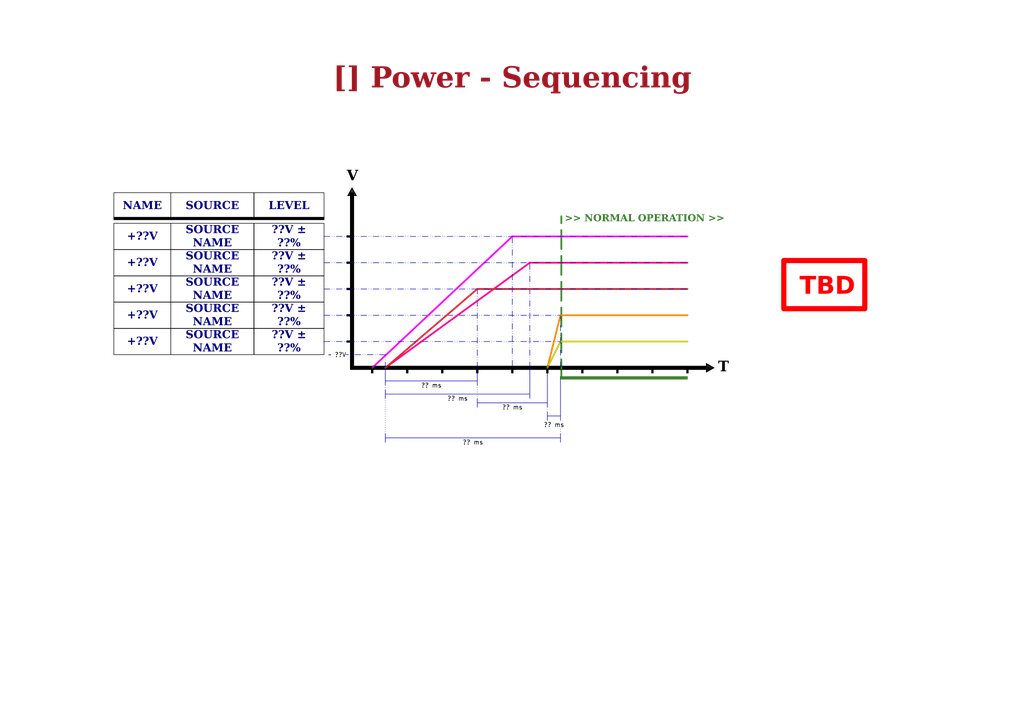
<source format=kicad_sch>
(kicad_sch
	(version 20231120)
	(generator "eeschema")
	(generator_version "8.0")
	(uuid "26e99a33-043b-499d-a26e-816ff79b487a")
	(paper "A4")
	(title_block
		(title "Power - Sequencing")
		(date "Last Modified Date")
		(rev "${REVISION}")
		(company "${COMPANY}")
	)
	(lib_symbols)
	(polyline
		(pts
			(xy 111.76 106.68) (xy 153.67 76.2)
		)
		(stroke
			(width 0.5)
			(type solid)
			(color 255 0 133 1)
		)
		(uuid "14cc31f5-5b1d-4b99-9a30-1de7f84e106d")
	)
	(polyline
		(pts
			(xy 111.76 102.87) (xy 100.33 102.87)
		)
		(stroke
			(width 0)
			(type dash_dot_dot)
		)
		(uuid "176eb350-134d-4c1a-a967-a05b371b9b92")
	)
	(polyline
		(pts
			(xy 162.56 125.73) (xy 162.56 128.27)
		)
		(stroke
			(width 0)
			(type default)
		)
		(uuid "265a5d50-44ba-48ae-a091-bd8b2830d82a")
	)
	(polyline
		(pts
			(xy 158.75 120.65) (xy 162.56 120.65)
		)
		(stroke
			(width 0)
			(type default)
		)
		(uuid "2aff2b87-d6f1-4cc0-8284-8b904b49ef36")
	)
	(polyline
		(pts
			(xy 148.59 106.172) (xy 148.59 68.58)
		)
		(stroke
			(width 0)
			(type dash_dot_dot)
		)
		(uuid "2c89142b-99fb-43b5-b9d3-03f021389fdb")
	)
	(polyline
		(pts
			(xy 93.98 99.06) (xy 199.39 99.06)
		)
		(stroke
			(width 0)
			(type dash_dot_dot)
		)
		(uuid "3c31ec5e-b221-4aec-84a3-080393b50b04")
	)
	(polyline
		(pts
			(xy 111.76 111.76) (xy 111.76 113.03)
		)
		(stroke
			(width 0)
			(type dot)
		)
		(uuid "3d394317-cd67-4649-8df5-ebc365ddbfdf")
	)
	(polyline
		(pts
			(xy 158.75 119.38) (xy 158.75 121.92)
		)
		(stroke
			(width 0)
			(type default)
		)
		(uuid "3e2e08fe-6523-4396-b274-cda6d56778e0")
	)
	(polyline
		(pts
			(xy 162.56 91.44) (xy 199.39 91.44)
		)
		(stroke
			(width 0.5)
			(type default)
			(color 252 134 0 1)
		)
		(uuid "42c654f5-ac46-4448-ba19-6c5d32d22917")
	)
	(polyline
		(pts
			(xy 93.98 68.58) (xy 199.39 68.58)
		)
		(stroke
			(width 0)
			(type dash_dot_dot)
		)
		(uuid "4388944b-41bf-4dc2-b0dd-f03016b61251")
	)
	(polyline
		(pts
			(xy 138.43 111.76) (xy 138.43 115.57)
		)
		(stroke
			(width 0)
			(type dot)
		)
		(uuid "47a9c20d-5952-4ec8-bb7e-594d55c7461b")
	)
	(polyline
		(pts
			(xy 162.56 99.06) (xy 199.39 99.06)
		)
		(stroke
			(width 0.5)
			(type default)
			(color 197 195 20 1)
		)
		(uuid "49c66179-9940-468d-b223-88985cd9871b")
	)
	(polyline
		(pts
			(xy 111.76 114.3) (xy 153.67 114.3)
		)
		(stroke
			(width 0)
			(type default)
		)
		(uuid "49e75bcf-0616-4923-874b-4bd06ede6c5d")
	)
	(polyline
		(pts
			(xy 138.43 116.84) (xy 158.75 116.84)
		)
		(stroke
			(width 0)
			(type default)
		)
		(uuid "52b595f5-a4c4-4069-bfb0-f9071850e175")
	)
	(polyline
		(pts
			(xy 93.98 83.82) (xy 199.39 83.82)
		)
		(stroke
			(width 0)
			(type dash_dot_dot)
		)
		(uuid "5421d69e-5d49-4096-96c0-82f91adfb960")
	)
	(polyline
		(pts
			(xy 162.814 109.728) (xy 162.814 62.738)
		)
		(stroke
			(width 0.5)
			(type dash)
			(color 53 123 38 1)
		)
		(uuid "571b7b03-ab02-42e5-814b-af8217374239")
	)
	(polyline
		(pts
			(xy 138.43 83.82) (xy 199.39 83.82)
		)
		(stroke
			(width 0.5)
			(type default)
			(color 218 36 44 1)
		)
		(uuid "5d0e334d-67d8-48da-b576-32c4ae5dc53d")
	)
	(polyline
		(pts
			(xy 162.56 109.22) (xy 162.56 121.92)
		)
		(stroke
			(width 0)
			(type default)
		)
		(uuid "5fce4afd-58b2-496a-8ec6-376b126b7aa5")
	)
	(polyline
		(pts
			(xy 93.98 76.2) (xy 199.39 76.2)
		)
		(stroke
			(width 0)
			(type dash_dot_dot)
		)
		(uuid "6a20c2f3-4100-47ca-84db-e03414a75c97")
	)
	(polyline
		(pts
			(xy 153.67 76.2) (xy 199.39 76.2)
		)
		(stroke
			(width 0.5)
			(type solid)
			(color 255 0 133 1)
		)
		(uuid "6f97e3ca-cb2e-48ba-b000-4d63a9fe6edc")
	)
	(polyline
		(pts
			(xy 148.59 68.58) (xy 199.39 68.58)
		)
		(stroke
			(width 0.5)
			(type default)
			(color 255 0 255 1)
		)
		(uuid "77ddfb81-3eaa-462e-a520-91e0ed6ffb6f")
	)
	(polyline
		(pts
			(xy 138.43 115.57) (xy 138.43 118.11)
		)
		(stroke
			(width 0)
			(type default)
		)
		(uuid "78700d2c-d43e-4df1-ae7e-aad5fe6eddcf")
	)
	(polyline
		(pts
			(xy 153.67 106.68) (xy 153.67 115.57)
		)
		(stroke
			(width 0)
			(type default)
		)
		(uuid "7ac002d5-aae0-4230-953a-285d2af5cafc")
	)
	(polyline
		(pts
			(xy 111.76 127) (xy 162.56 127)
		)
		(stroke
			(width 0)
			(type default)
		)
		(uuid "7dba0084-5937-47c9-8663-44e93a9bf03f")
	)
	(polyline
		(pts
			(xy 93.98 91.44) (xy 199.39 91.44)
		)
		(stroke
			(width 0)
			(type dash_dot_dot)
		)
		(uuid "91a91d82-c27c-4a2d-b046-94fb5c0f1f7a")
	)
	(polyline
		(pts
			(xy 111.76 113.03) (xy 111.76 125.73)
		)
		(stroke
			(width 0)
			(type dot)
		)
		(uuid "936cce09-ddca-49b3-9254-0455e21801ca")
	)
	(polyline
		(pts
			(xy 111.76 106.68) (xy 138.43 83.82)
		)
		(stroke
			(width 0.5)
			(type default)
			(color 218 36 44 1)
		)
		(uuid "936e4695-90d1-473f-b2e9-3925dbcc41a5")
	)
	(polyline
		(pts
			(xy 111.76 125.73) (xy 111.76 128.27)
		)
		(stroke
			(width 0)
			(type default)
		)
		(uuid "9ad0a032-a5f5-4da8-986a-f5f07d651180")
	)
	(polyline
		(pts
			(xy 162.56 106.68) (xy 162.56 91.44)
		)
		(stroke
			(width 0)
			(type dash_dot_dot)
		)
		(uuid "9bacc9d8-82df-4198-a3ae-25132c3a38e4")
	)
	(polyline
		(pts
			(xy 138.43 107.95) (xy 138.43 111.76)
		)
		(stroke
			(width 0)
			(type default)
		)
		(uuid "9c33435c-a2b5-49b2-a841-eb211fbdc289")
	)
	(polyline
		(pts
			(xy 111.76 106.68) (xy 111.76 111.76)
		)
		(stroke
			(width 0)
			(type default)
		)
		(uuid "aa007ab0-f32f-4517-85ca-adce19623b6c")
	)
	(polyline
		(pts
			(xy 162.56 124.46) (xy 162.56 125.73)
		)
		(stroke
			(width 0)
			(type dot)
		)
		(uuid "ab47f80f-2219-40dc-8971-d659594e47c6")
	)
	(polyline
		(pts
			(xy 138.43 106.68) (xy 138.43 83.82)
		)
		(stroke
			(width 0)
			(type dash_dot_dot)
		)
		(uuid "b2256ad8-52e1-467a-97eb-791649f1c7eb")
	)
	(polyline
		(pts
			(xy 107.95 106.68) (xy 148.59 68.58)
		)
		(stroke
			(width 0.5)
			(type default)
			(color 255 0 255 1)
		)
		(uuid "bb11bb7b-66c0-432b-8711-470a4ce95921")
	)
	(polyline
		(pts
			(xy 153.67 106.68) (xy 153.67 76.2)
		)
		(stroke
			(width 0)
			(type dash_dot_dot)
		)
		(uuid "ccd26a26-5b18-4319-ac93-d9d60e06ef1a")
	)
	(polyline
		(pts
			(xy 158.75 118.11) (xy 158.75 119.38)
		)
		(stroke
			(width 0)
			(type dot)
		)
		(uuid "cd587bfb-80d0-4c74-af9e-3f5fb7118487")
	)
	(polyline
		(pts
			(xy 111.76 110.49) (xy 138.43 110.49)
		)
		(stroke
			(width 0)
			(type default)
		)
		(uuid "d56fcce8-bec3-4013-997f-52db8c3ef91e")
	)
	(polyline
		(pts
			(xy 111.76 113.03) (xy 111.76 115.57)
		)
		(stroke
			(width 0)
			(type default)
		)
		(uuid "e1d95917-4ce4-46f6-a72b-b2d08b7453f7")
	)
	(polyline
		(pts
			(xy 158.75 107.95) (xy 158.75 118.11)
		)
		(stroke
			(width 0)
			(type default)
		)
		(uuid "eb35ffa1-7ea0-4f7c-b58a-cf2ad49d1835")
	)
	(polyline
		(pts
			(xy 158.75 106.68) (xy 162.56 91.44)
		)
		(stroke
			(width 0.5)
			(type default)
			(color 252 134 0 1)
		)
		(uuid "ebc6628c-4f6b-481d-8074-2818b0d5a070")
	)
	(polyline
		(pts
			(xy 158.75 106.68) (xy 162.56 99.06)
		)
		(stroke
			(width 0.5)
			(type default)
			(color 197 195 20 1)
		)
		(uuid "f456ed01-83a1-4d6b-9599-582a9c86c8ae")
	)
	(polyline
		(pts
			(xy 111.76 106.68) (xy 111.76 102.87)
		)
		(stroke
			(width 0)
			(type dash_dot_dot)
		)
		(uuid "f927dc60-c8d8-4c88-bd0c-f4986498a3fd")
	)
	(rectangle
		(start 100.584 75.946)
		(end 102.108 76.454)
		(stroke
			(width 0)
			(type default)
			(color 0 0 0 1)
		)
		(fill
			(type color)
			(color 0 0 0 1)
		)
		(uuid 08e6d16e-cddb-4437-8fb0-3f0e7e248b46)
	)
	(rectangle
		(start 33.02 62.992)
		(end 93.98 63.754)
		(stroke
			(width 0)
			(type default)
			(color 0 0 0 1)
		)
		(fill
			(type color)
			(color 0 0 0 1)
		)
		(uuid 0fed1146-388a-45bf-9011-173d26077006)
	)
	(rectangle
		(start 188.976 106.68)
		(end 189.484 108.204)
		(stroke
			(width 0)
			(type default)
			(color 0 0 0 1)
		)
		(fill
			(type color)
			(color 0 0 0 1)
		)
		(uuid 152b764a-92f4-4340-9181-68bda475581a)
	)
	(rectangle
		(start 128.016 106.68)
		(end 128.524 108.204)
		(stroke
			(width 0)
			(type default)
			(color 0 0 0 1)
		)
		(fill
			(type color)
			(color 0 0 0 1)
		)
		(uuid 18a6df7c-e723-4c6d-8a07-61ca52a10575)
	)
	(rectangle
		(start 148.336 106.68)
		(end 148.844 108.204)
		(stroke
			(width 0)
			(type default)
			(color 0 0 0 1)
		)
		(fill
			(type color)
			(color 0 0 0 1)
		)
		(uuid 4f81071d-ad8c-46b3-a505-d54760487657)
	)
	(rectangle
		(start 138.176 106.68)
		(end 138.684 108.204)
		(stroke
			(width 0)
			(type default)
			(color 0 0 0 1)
		)
		(fill
			(type color)
			(color 0 0 0 1)
		)
		(uuid 6ed763f3-a300-46bd-b03f-1ea8b12951bd)
	)
	(rectangle
		(start 178.816 106.68)
		(end 179.324 108.204)
		(stroke
			(width 0)
			(type default)
			(color 0 0 0 1)
		)
		(fill
			(type color)
			(color 0 0 0 1)
		)
		(uuid 72cdb02e-a3e5-4c0d-b269-1dde16488460)
	)
	(rectangle
		(start 100.584 98.806)
		(end 102.108 99.314)
		(stroke
			(width 0)
			(type default)
			(color 0 0 0 1)
		)
		(fill
			(type color)
			(color 0 0 0 1)
		)
		(uuid 7419fd00-7a07-4a3e-8061-e4e7d169b343)
	)
	(rectangle
		(start 158.496 106.68)
		(end 159.004 108.204)
		(stroke
			(width 0)
			(type default)
			(color 0 0 0 1)
		)
		(fill
			(type color)
			(color 0 0 0 1)
		)
		(uuid 79d3025c-d4d3-4906-97b8-bb1715e37b85)
	)
	(rectangle
		(start 100.584 68.326)
		(end 102.108 68.834)
		(stroke
			(width 0)
			(type default)
			(color 0 0 0 1)
		)
		(fill
			(type color)
			(color 0 0 0 1)
		)
		(uuid 8af0ddaf-78b5-473e-b8ac-ad3105c6b3e6)
	)
	(rectangle
		(start 117.856 106.68)
		(end 118.364 108.204)
		(stroke
			(width 0)
			(type default)
			(color 0 0 0 1)
		)
		(fill
			(type color)
			(color 0 0 0 1)
		)
		(uuid 8bb5ca1d-3fc9-4641-955a-0363e8ec7c6a)
	)
	(rectangle
		(start 162.56 109.22)
		(end 199.39 109.982)
		(stroke
			(width 0)
			(type default)
			(color 53 123 38 1)
		)
		(fill
			(type color)
			(color 53 123 38 1)
		)
		(uuid 9921e9ab-2d5b-4319-ab2f-5e2929d86731)
	)
	(rectangle
		(start 199.136 106.68)
		(end 199.644 108.204)
		(stroke
			(width 0)
			(type default)
			(color 0 0 0 1)
		)
		(fill
			(type color)
			(color 0 0 0 1)
		)
		(uuid 9ab10dd2-cea8-419e-9add-dac261974c40)
	)
	(rectangle
		(start 168.656 106.68)
		(end 169.164 108.204)
		(stroke
			(width 0)
			(type default)
			(color 0 0 0 1)
		)
		(fill
			(type color)
			(color 0 0 0 1)
		)
		(uuid a9aee80a-93ab-44df-9dac-424d9651c57b)
	)
	(rectangle
		(start 100.584 83.566)
		(end 102.108 84.074)
		(stroke
			(width 0)
			(type default)
			(color 0 0 0 1)
		)
		(fill
			(type color)
			(color 0 0 0 1)
		)
		(uuid ab5a8de0-1a61-4607-aebd-5015da52dfb6)
	)
	(rectangle
		(start 101.6 55.88)
		(end 102.616 106.934)
		(stroke
			(width 0)
			(type default)
			(color 0 0 0 1)
		)
		(fill
			(type color)
			(color 0 0 0 1)
		)
		(uuid d3a481d1-24fd-449f-b5ae-f40f2b84574f)
	)
	(rectangle
		(start 100.584 91.186)
		(end 102.108 91.694)
		(stroke
			(width 0)
			(type default)
			(color 0 0 0 1)
		)
		(fill
			(type color)
			(color 0 0 0 1)
		)
		(uuid ed22d764-a315-4db6-b4c9-9b161f0a9336)
	)
	(rectangle
		(start 101.6 106.172)
		(end 204.724 107.188)
		(stroke
			(width 0)
			(type default)
			(color 0 0 0 1)
		)
		(fill
			(type color)
			(color 0 0 0 1)
		)
		(uuid f1ee61fe-6c0a-4407-8efc-133e706c3cfb)
	)
	(rectangle
		(start 107.696 106.68)
		(end 108.204 108.204)
		(stroke
			(width 0)
			(type default)
			(color 0 0 0 1)
		)
		(fill
			(type color)
			(color 0 0 0 1)
		)
		(uuid fc7c50e8-f60b-479c-ba49-62729492c222)
	)
	(text_box "LEVEL"
		(exclude_from_sim no)
		(at 73.66 55.88 0)
		(size 20.32 7.62)
		(stroke
			(width 0)
			(type default)
			(color 0 0 0 1)
		)
		(fill
			(type none)
		)
		(effects
			(font
				(face "Times New Roman")
				(size 2.286 2.286)
				(bold yes)
				(color 0 0 127 1)
			)
		)
		(uuid "04c11455-779b-4327-8983-5cd82a1a5e29")
	)
	(text_box "+??V"
		(exclude_from_sim no)
		(at 33.02 64.77 0)
		(size 16.51 7.62)
		(stroke
			(width 0)
			(type default)
			(color 0 0 0 1)
		)
		(fill
			(type none)
		)
		(effects
			(font
				(face "Times New Roman")
				(size 2.286 2.286)
				(bold yes)
				(color 0 0 127 1)
			)
		)
		(uuid "0c001783-17b7-4f89-94f2-276e82ef94e9")
	)
	(text_box "SOURCE NAME"
		(exclude_from_sim no)
		(at 49.53 87.63 0)
		(size 24.13 7.62)
		(stroke
			(width 0)
			(type default)
			(color 0 0 0 1)
		)
		(fill
			(type none)
		)
		(effects
			(font
				(face "Times New Roman")
				(size 2.286 2.286)
				(bold yes)
				(color 0 0 127 1)
			)
		)
		(uuid "28b777f0-29ba-4418-9b37-98a7ab37b6eb")
	)
	(text_box "?? ms"
		(exclude_from_sim no)
		(at 156.21 121.92 0)
		(size 8.89 2.54)
		(stroke
			(width -0.0001)
			(type default)
		)
		(fill
			(type none)
		)
		(effects
			(font
				(size 1.27 1.27)
				(color 0 0 0 1)
			)
		)
		(uuid "2f47554e-53f1-4363-8ae0-62ecbf6e9b7f")
	)
	(text_box "?? ms"
		(exclude_from_sim no)
		(at 111.76 114.3 0)
		(size 41.91 2.54)
		(stroke
			(width -0.0001)
			(type default)
		)
		(fill
			(type none)
		)
		(effects
			(font
				(size 1.27 1.27)
				(color 0 0 0 1)
			)
		)
		(uuid "355b7b59-9272-441d-b4d0-2707ac545c22")
	)
	(text_box "??V ± ??%"
		(exclude_from_sim no)
		(at 73.66 64.77 0)
		(size 20.32 7.62)
		(stroke
			(width 0)
			(type default)
			(color 0 0 0 1)
		)
		(fill
			(type none)
		)
		(effects
			(font
				(face "Times New Roman")
				(size 2.286 2.286)
				(bold yes)
				(color 0 0 127 1)
			)
		)
		(uuid "3a364f6d-f9c0-44a8-b403-1e507263de2b")
	)
	(text_box "SOURCE NAME"
		(exclude_from_sim no)
		(at 49.53 80.01 0)
		(size 24.13 7.62)
		(stroke
			(width 0)
			(type default)
			(color 0 0 0 1)
		)
		(fill
			(type none)
		)
		(effects
			(font
				(face "Times New Roman")
				(size 2.286 2.286)
				(bold yes)
				(color 0 0 127 1)
			)
		)
		(uuid "41f8fb28-2595-4968-b5ab-f9a83f7eb8b4")
	)
	(text_box "+??V"
		(exclude_from_sim no)
		(at 33.02 87.63 0)
		(size 16.51 7.62)
		(stroke
			(width 0)
			(type default)
			(color 0 0 0 1)
		)
		(fill
			(type none)
		)
		(effects
			(font
				(face "Times New Roman")
				(size 2.286 2.286)
				(bold yes)
				(color 0 0 127 1)
			)
		)
		(uuid "4c497bcc-d023-43d6-9a3c-f742109831d3")
	)
	(text_box "+??V"
		(exclude_from_sim no)
		(at 33.02 95.25 0)
		(size 16.51 7.62)
		(stroke
			(width 0)
			(type default)
			(color 0 0 0 1)
		)
		(fill
			(type none)
		)
		(effects
			(font
				(face "Times New Roman")
				(size 2.286 2.286)
				(bold yes)
				(color 0 0 127 1)
			)
		)
		(uuid "4d6b12e0-f0d2-4ebf-8c83-afb612a210b2")
	)
	(text_box "??V ± ??%"
		(exclude_from_sim no)
		(at 73.66 87.63 0)
		(size 20.32 7.62)
		(stroke
			(width 0)
			(type default)
			(color 0 0 0 1)
		)
		(fill
			(type none)
		)
		(effects
			(font
				(face "Times New Roman")
				(size 2.286 2.286)
				(bold yes)
				(color 0 0 127 1)
			)
		)
		(uuid "54d038a6-0eb6-463c-bc22-2c25e3cef5f4")
	)
	(text_box "?? ms"
		(exclude_from_sim no)
		(at 138.43 116.84 0)
		(size 20.32 2.54)
		(stroke
			(width -0.0001)
			(type default)
		)
		(fill
			(type none)
		)
		(effects
			(font
				(size 1.27 1.27)
				(color 0 0 0 1)
			)
		)
		(uuid "643d381f-b881-4bfb-8e44-8914716b032e")
	)
	(text_box "?? ms"
		(exclude_from_sim no)
		(at 111.76 110.49 0)
		(size 26.67 2.54)
		(stroke
			(width -0.0001)
			(type default)
		)
		(fill
			(type none)
		)
		(effects
			(font
				(size 1.27 1.27)
				(color 0 0 0 1)
			)
		)
		(uuid "76a5680d-cb47-4c17-afe1-8a01a0364ff0")
	)
	(text_box "+??V"
		(exclude_from_sim no)
		(at 33.02 72.39 0)
		(size 16.51 7.62)
		(stroke
			(width 0)
			(type default)
			(color 0 0 0 1)
		)
		(fill
			(type none)
		)
		(effects
			(font
				(face "Times New Roman")
				(size 2.286 2.286)
				(bold yes)
				(color 0 0 127 1)
			)
		)
		(uuid "7a9925bb-0a82-44e9-b50e-7432195edc6d")
	)
	(text_box "??V ± ??%"
		(exclude_from_sim no)
		(at 73.66 80.01 0)
		(size 20.32 7.62)
		(stroke
			(width 0)
			(type default)
			(color 0 0 0 1)
		)
		(fill
			(type none)
		)
		(effects
			(font
				(face "Times New Roman")
				(size 2.286 2.286)
				(bold yes)
				(color 0 0 127 1)
			)
		)
		(uuid "7e9b3897-acb5-40f5-99fa-000f1452ef2d")
	)
	(text_box "▼"
		(exclude_from_sim no)
		(at 204.47 105.41 90)
		(size 2.54 2.54)
		(stroke
			(width -0.0001)
			(type default)
		)
		(fill
			(type none)
		)
		(effects
			(font
				(size 3 3)
				(color 0 0 0 1)
			)
		)
		(uuid "80ee4b67-f4fe-4c67-906e-99632b3db8ee")
	)
	(text_box "[${#}] ${TITLE}"
		(exclude_from_sim no)
		(at 80.01 16.51 0)
		(size 137.16 12.7)
		(stroke
			(width -0.0001)
			(type default)
		)
		(fill
			(type none)
		)
		(effects
			(font
				(face "Times New Roman")
				(size 6 6)
				(thickness 1.2)
				(bold yes)
				(color 162 22 34 1)
			)
		)
		(uuid "80f76b8d-52cb-49fe-9647-9cd8137cf5f3")
	)
	(text_box "TBD"
		(exclude_from_sim no)
		(at 227.33 75.565 0)
		(size 23.495 13.97)
		(stroke
			(width 1.5)
			(type solid)
			(color 255 0 0 1)
		)
		(fill
			(type none)
		)
		(effects
			(font
				(face "Arial")
				(size 5.08 5.08)
				(thickness 0.4)
				(bold yes)
				(color 255 0 0 1)
			)
			(justify left top)
		)
		(uuid "8d831920-3191-46fa-b3d9-201fefa55ec9")
	)
	(text_box "~ ??V"
		(exclude_from_sim no)
		(at 93.98 101.6 0)
		(size 7.62 2.54)
		(stroke
			(width -0.0001)
			(type default)
		)
		(fill
			(type none)
		)
		(effects
			(font
				(size 1.27 1.27)
				(color 0 0 0 1)
			)
		)
		(uuid "9c6940c5-6364-4d33-abb8-9f48dde225b4")
	)
	(text_box "NAME"
		(exclude_from_sim no)
		(at 33.02 55.88 0)
		(size 16.51 7.62)
		(stroke
			(width 0)
			(type default)
			(color 0 0 0 1)
		)
		(fill
			(type none)
		)
		(effects
			(font
				(face "Times New Roman")
				(size 2.286 2.286)
				(bold yes)
				(color 0 0 127 1)
			)
		)
		(uuid "9dbd7012-aca2-4151-b01b-61672211c6fa")
	)
	(text_box "▲"
		(exclude_from_sim no)
		(at 100.838 54.102 0)
		(size 2.54 2.54)
		(stroke
			(width -0.0001)
			(type default)
		)
		(fill
			(type none)
		)
		(effects
			(font
				(size 3 3)
				(color 0 0 0 1)
			)
		)
		(uuid "a799f66a-cda3-47f5-a796-a363847c1e31")
	)
	(text_box "SOURCE NAME"
		(exclude_from_sim no)
		(at 49.53 95.25 0)
		(size 24.13 7.62)
		(stroke
			(width 0)
			(type default)
			(color 0 0 0 1)
		)
		(fill
			(type none)
		)
		(effects
			(font
				(face "Times New Roman")
				(size 2.286 2.286)
				(bold yes)
				(color 0 0 127 1)
			)
		)
		(uuid "a9378b0b-bd73-4087-b978-3d0288061c57")
	)
	(text_box "SOURCE"
		(exclude_from_sim no)
		(at 49.53 55.88 0)
		(size 24.13 7.62)
		(stroke
			(width 0)
			(type default)
			(color 0 0 0 1)
		)
		(fill
			(type none)
		)
		(effects
			(font
				(face "Times New Roman")
				(size 2.286 2.286)
				(bold yes)
				(color 0 0 127 1)
			)
		)
		(uuid "ae0da5ec-3dd1-4b36-9cbb-5309b79b18ec")
	)
	(text_box "+??V"
		(exclude_from_sim no)
		(at 33.02 80.01 0)
		(size 16.51 7.62)
		(stroke
			(width 0)
			(type default)
			(color 0 0 0 1)
		)
		(fill
			(type none)
		)
		(effects
			(font
				(face "Times New Roman")
				(size 2.286 2.286)
				(bold yes)
				(color 0 0 127 1)
			)
		)
		(uuid "baa53509-f70a-488f-a91f-d90b0a44c3ee")
	)
	(text_box "??V ± ??%"
		(exclude_from_sim no)
		(at 73.66 95.25 0)
		(size 20.32 7.62)
		(stroke
			(width 0)
			(type default)
			(color 0 0 0 1)
		)
		(fill
			(type none)
		)
		(effects
			(font
				(face "Times New Roman")
				(size 2.286 2.286)
				(bold yes)
				(color 0 0 127 1)
			)
		)
		(uuid "cfed6416-9676-4913-93f8-be33cec7ee15")
	)
	(text_box "SOURCE NAME"
		(exclude_from_sim no)
		(at 49.53 72.39 0)
		(size 24.13 7.62)
		(stroke
			(width 0)
			(type default)
			(color 0 0 0 1)
		)
		(fill
			(type none)
		)
		(effects
			(font
				(face "Times New Roman")
				(size 2.286 2.286)
				(bold yes)
				(color 0 0 127 1)
			)
		)
		(uuid "d4825f07-a07c-43f0-9267-51fb0c8beb92")
	)
	(text_box "??V ± ??%"
		(exclude_from_sim no)
		(at 73.66 72.39 0)
		(size 20.32 7.62)
		(stroke
			(width 0)
			(type default)
			(color 0 0 0 1)
		)
		(fill
			(type none)
		)
		(effects
			(font
				(face "Times New Roman")
				(size 2.286 2.286)
				(bold yes)
				(color 0 0 127 1)
			)
		)
		(uuid "dd951238-83be-49f1-b5d4-dd307bef2421")
	)
	(text_box "?? ms"
		(exclude_from_sim no)
		(at 111.76 127 0)
		(size 50.8 2.54)
		(stroke
			(width -0.0001)
			(type default)
		)
		(fill
			(type none)
		)
		(effects
			(font
				(size 1.27 1.27)
				(color 0 0 0 1)
			)
		)
		(uuid "ec41c4d8-d7f7-4738-8da7-ebebc512795e")
	)
	(text_box "SOURCE NAME"
		(exclude_from_sim no)
		(at 49.53 64.77 0)
		(size 24.13 7.62)
		(stroke
			(width 0)
			(type default)
			(color 0 0 0 1)
		)
		(fill
			(type none)
		)
		(effects
			(font
				(face "Times New Roman")
				(size 2.286 2.286)
				(bold yes)
				(color 0 0 127 1)
			)
		)
		(uuid "f44a25dd-4d06-4743-b63e-2b77b9291c46")
	)
	(text_box "Tip: you can set NetClass Colors for different voltage rails in File → Schematic Setup → Project → Net Classes"
		(exclude_from_sim no)
		(at 11.43 212.09 0)
		(size 173.99 6.35)
		(stroke
			(width -0.0001)
			(type default)
		)
		(fill
			(type none)
		)
		(effects
			(font
				(size 2.54 2.54)
				(thickness 0.381)
				(bold yes)
				(color 0 0 0 1)
			)
			(justify right top)
		)
		(uuid "f9272ea8-e49b-4c44-9339-e900b43cc231")
	)
	(text "T"
		(exclude_from_sim no)
		(at 208.28 109.22 0)
		(effects
			(font
				(face "Times New Roman")
				(size 3 3)
				(thickness 0.4)
				(bold yes)
				(color 0 0 0 1)
			)
			(justify left bottom)
		)
		(uuid "07ed78e4-598e-4d29-9310-d5f40993a83d")
	)
	(text "V"
		(exclude_from_sim no)
		(at 100.584 53.848 0)
		(effects
			(font
				(face "Times New Roman")
				(size 3 3)
				(thickness 0.4)
				(bold yes)
				(color 0 0 0 1)
			)
			(justify left bottom)
		)
		(uuid "3b126a2c-8a76-4ced-9890-b8e9f91f22ae")
	)
	(text ">> NORMAL OPERATION >>"
		(exclude_from_sim no)
		(at 163.83 65.278 0)
		(effects
			(font
				(face "Times New Roman")
				(size 2 2)
				(thickness 0.4)
				(bold yes)
				(color 53 123 38 1)
			)
			(justify left bottom)
		)
		(uuid "4eba8f2a-f80f-4e4f-9868-b3b682ed40ff")
	)
)

</source>
